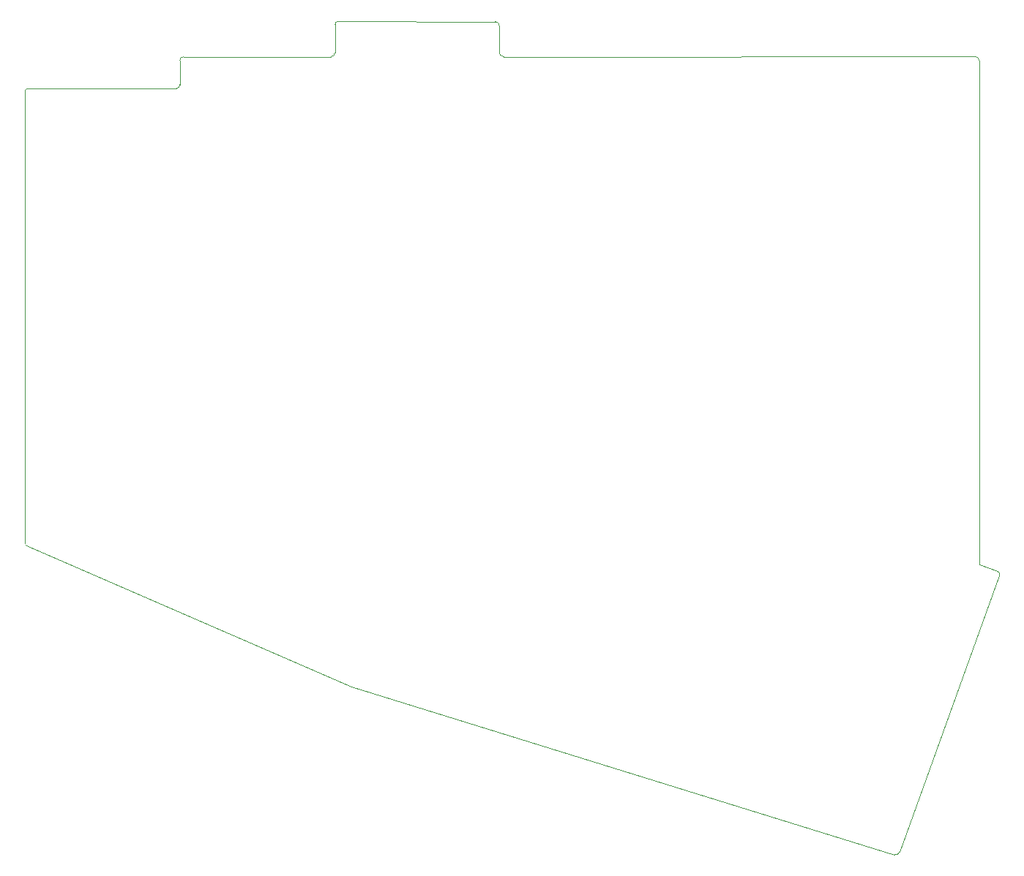
<source format=gm1>
%TF.GenerationSoftware,KiCad,Pcbnew,7.0.1*%
%TF.CreationDate,2023-08-18T18:47:56+06:00*%
%TF.ProjectId,pcb,7063622e-6b69-4636-9164-5f7063625858,rev?*%
%TF.SameCoordinates,Original*%
%TF.FileFunction,Profile,NP*%
%FSLAX46Y46*%
G04 Gerber Fmt 4.6, Leading zero omitted, Abs format (unit mm)*
G04 Created by KiCad (PCBNEW 7.0.1) date 2023-08-18 18:47:56*
%MOMM*%
%LPD*%
G01*
G04 APERTURE LIST*
%TA.AperFunction,Profile*%
%ADD10C,0.100000*%
%TD*%
G04 APERTURE END LIST*
D10*
X86618806Y-51759629D02*
G75*
G03*
X87029633Y-51311284I-18806J429629D01*
G01*
X87459956Y-48079956D02*
G75*
G03*
X87029956Y-48509956I44J-430044D01*
G01*
X87029633Y-51311284D02*
X87029956Y-48509956D01*
X86618806Y-51759632D02*
X69532028Y-51744978D01*
X69532028Y-51744978D02*
G75*
G03*
X69102028Y-52174978I44J-430044D01*
G01*
X104977487Y-44337487D02*
X104980589Y-47590589D01*
X104500589Y-48070589D02*
X87459956Y-48079956D01*
X179510000Y-106850000D02*
X181600000Y-107640000D01*
X169672141Y-140470201D02*
X106880000Y-121030000D01*
X179500000Y-48550000D02*
X179510000Y-106850000D01*
X105327487Y-43987487D02*
X123543015Y-44006985D01*
X123961838Y-47528162D02*
G75*
G03*
X124501838Y-48068162I539962J-38D01*
G01*
X169672127Y-140470249D02*
G75*
G03*
X170290477Y-140135782I139973J480049D01*
G01*
X69102028Y-52174978D02*
X69140000Y-104435995D01*
X123963015Y-44426985D02*
X123961838Y-47528162D01*
X123963015Y-44426985D02*
G75*
G03*
X123543015Y-44006985I-420015J-15D01*
G01*
X104500589Y-48070589D02*
G75*
G03*
X104980589Y-47590589I11J479989D01*
G01*
X124501838Y-48068162D02*
X178990000Y-48040000D01*
X179500000Y-48550000D02*
G75*
G03*
X178990000Y-48040000I-510000J0D01*
G01*
X181820000Y-108100000D02*
X170290478Y-140135782D01*
X105327487Y-43987487D02*
G75*
G03*
X104977487Y-44337487I13J-350013D01*
G01*
X181820000Y-108100000D02*
G75*
G03*
X181600000Y-107640000I-340000J120000D01*
G01*
X69140006Y-104435995D02*
G75*
G03*
X69284394Y-104701781I279994J-20005D01*
G01*
X69284394Y-104701781D02*
X106880000Y-121030000D01*
M02*

</source>
